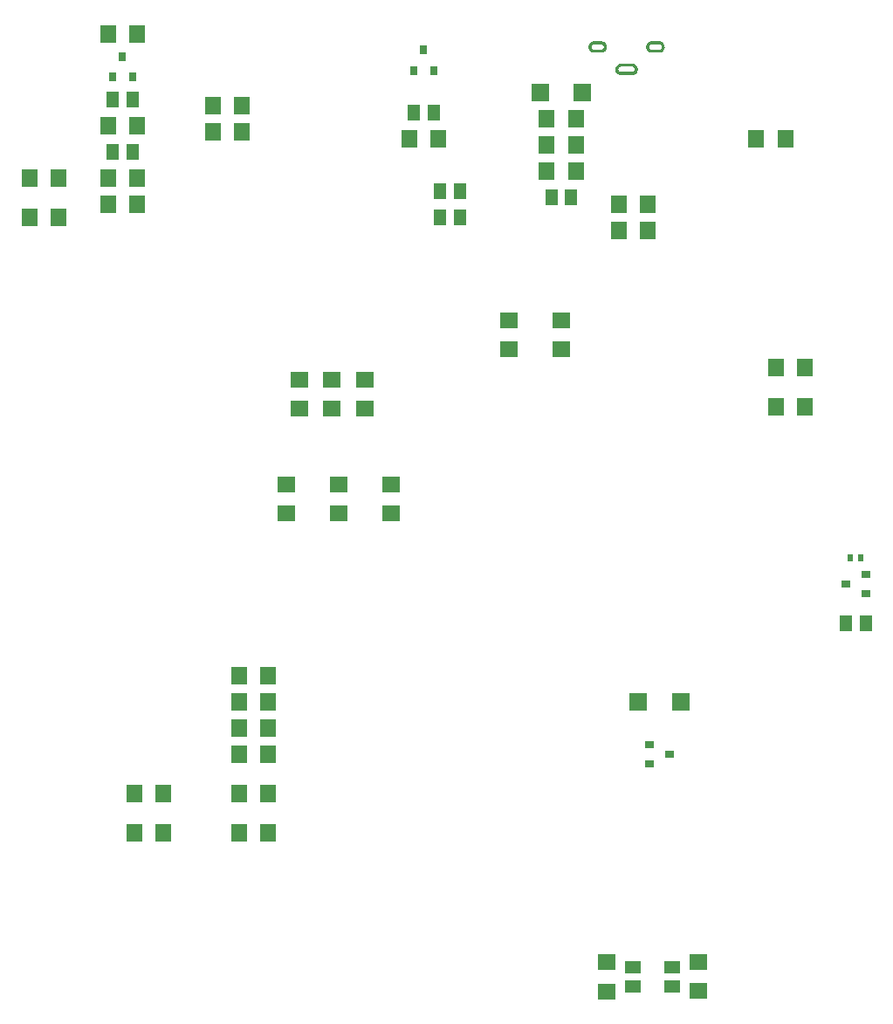
<source format=gbr>
G04 EAGLE Gerber RS-274X export*
G75*
%MOMM*%
%FSLAX34Y34*%
%LPD*%
%INSolderpaste Bottom*%
%IPPOS*%
%AMOC8*
5,1,8,0,0,1.08239X$1,22.5*%
G01*
%ADD10R,1.600000X1.800000*%
%ADD11R,1.800000X1.600000*%
%ADD12R,1.800000X1.700000*%
%ADD13R,0.800000X0.900000*%
%ADD14R,0.900000X0.800000*%
%ADD15R,1.600000X1.803000*%
%ADD16R,1.300000X1.500000*%
%ADD17R,0.600000X0.700000*%
%ADD18R,1.500000X1.300000*%
%ADD19R,1.803000X1.600000*%

G36*
X672251Y925477D02*
X672251Y925477D01*
X672252Y925476D01*
X673325Y925582D01*
X673328Y925584D01*
X673330Y925582D01*
X674362Y925895D01*
X674364Y925898D01*
X674366Y925897D01*
X675317Y926406D01*
X675318Y926409D01*
X675321Y926408D01*
X676154Y927092D01*
X676155Y927095D01*
X676158Y927096D01*
X676842Y927929D01*
X676842Y927932D01*
X676844Y927933D01*
X677353Y928884D01*
X677352Y928887D01*
X677355Y928888D01*
X677668Y929920D01*
X677666Y929923D01*
X677668Y929925D01*
X677774Y930998D01*
X677772Y931000D01*
X677773Y931001D01*
X677774Y931002D01*
X677668Y932075D01*
X677666Y932078D01*
X677668Y932080D01*
X677355Y933112D01*
X677352Y933114D01*
X677353Y933116D01*
X676844Y934067D01*
X676841Y934068D01*
X676842Y934071D01*
X676158Y934904D01*
X676155Y934905D01*
X676154Y934908D01*
X675321Y935592D01*
X675318Y935592D01*
X675317Y935594D01*
X674366Y936103D01*
X674363Y936102D01*
X674362Y936105D01*
X673330Y936418D01*
X673327Y936416D01*
X673325Y936418D01*
X672252Y936524D01*
X672251Y936523D01*
X672250Y936524D01*
X661250Y936524D01*
X661249Y936523D01*
X661248Y936524D01*
X660175Y936418D01*
X660172Y936416D01*
X660170Y936418D01*
X659138Y936105D01*
X659136Y936102D01*
X659134Y936103D01*
X658183Y935594D01*
X658182Y935591D01*
X658179Y935592D01*
X657346Y934908D01*
X657345Y934905D01*
X657342Y934904D01*
X656658Y934071D01*
X656658Y934068D01*
X656656Y934067D01*
X656147Y933116D01*
X656148Y933113D01*
X656145Y933112D01*
X655832Y932080D01*
X655834Y932077D01*
X655832Y932075D01*
X655726Y931002D01*
X655728Y931000D01*
X655726Y930998D01*
X655832Y929925D01*
X655834Y929922D01*
X655832Y929920D01*
X656145Y928888D01*
X656148Y928886D01*
X656147Y928884D01*
X656656Y927933D01*
X656659Y927932D01*
X656658Y927929D01*
X657342Y927096D01*
X657345Y927095D01*
X657346Y927092D01*
X658179Y926408D01*
X658182Y926408D01*
X658183Y926406D01*
X659134Y925897D01*
X659137Y925898D01*
X659138Y925895D01*
X660170Y925582D01*
X660173Y925584D01*
X660175Y925582D01*
X661248Y925476D01*
X661249Y925477D01*
X661250Y925476D01*
X672250Y925476D01*
X672251Y925477D01*
G37*
G36*
X698251Y946977D02*
X698251Y946977D01*
X698252Y946976D01*
X699325Y947082D01*
X699328Y947084D01*
X699330Y947082D01*
X700362Y947395D01*
X700364Y947398D01*
X700366Y947397D01*
X701317Y947906D01*
X701318Y947909D01*
X701321Y947908D01*
X702154Y948592D01*
X702155Y948595D01*
X702158Y948596D01*
X702842Y949429D01*
X702842Y949432D01*
X702844Y949433D01*
X703353Y950384D01*
X703352Y950387D01*
X703355Y950388D01*
X703668Y951420D01*
X703666Y951423D01*
X703668Y951425D01*
X703672Y951459D01*
X703677Y951507D01*
X703677Y951508D01*
X703681Y951556D01*
X703684Y951580D01*
X703689Y951629D01*
X703693Y951677D01*
X703698Y951726D01*
X703700Y951750D01*
X703701Y951750D01*
X703705Y951798D01*
X703705Y951799D01*
X703710Y951847D01*
X703715Y951895D01*
X703715Y951896D01*
X703717Y951920D01*
X703722Y951968D01*
X703727Y952017D01*
X703732Y952065D01*
X703736Y952114D01*
X703739Y952138D01*
X703743Y952186D01*
X703744Y952186D01*
X703743Y952187D01*
X703748Y952235D01*
X703753Y952283D01*
X703753Y952284D01*
X703755Y952308D01*
X703760Y952356D01*
X703765Y952405D01*
X703770Y952453D01*
X703772Y952477D01*
X703772Y952478D01*
X703774Y952498D01*
X703772Y952500D01*
X703773Y952501D01*
X703774Y952502D01*
X703668Y953575D01*
X703666Y953578D01*
X703668Y953580D01*
X703355Y954612D01*
X703352Y954614D01*
X703353Y954616D01*
X702844Y955567D01*
X702841Y955568D01*
X702842Y955571D01*
X702158Y956404D01*
X702155Y956405D01*
X702154Y956408D01*
X701321Y957092D01*
X701318Y957092D01*
X701317Y957094D01*
X700366Y957603D01*
X700363Y957602D01*
X700362Y957605D01*
X699330Y957918D01*
X699327Y957916D01*
X699325Y957918D01*
X698252Y958024D01*
X698251Y958023D01*
X698250Y958024D01*
X691250Y958024D01*
X691249Y958023D01*
X691248Y958024D01*
X690175Y957918D01*
X690172Y957916D01*
X690170Y957918D01*
X689138Y957605D01*
X689136Y957602D01*
X689134Y957603D01*
X688183Y957094D01*
X688182Y957091D01*
X688179Y957092D01*
X687346Y956408D01*
X687345Y956405D01*
X687342Y956404D01*
X686658Y955571D01*
X686658Y955568D01*
X686656Y955567D01*
X686147Y954616D01*
X686148Y954613D01*
X686145Y954612D01*
X685832Y953580D01*
X685834Y953577D01*
X685832Y953575D01*
X685829Y953551D01*
X685824Y953502D01*
X685820Y953454D01*
X685817Y953429D01*
X685812Y953381D01*
X685808Y953332D01*
X685803Y953284D01*
X685798Y953235D01*
X685796Y953211D01*
X685791Y953163D01*
X685786Y953114D01*
X685781Y953066D01*
X685779Y953041D01*
X685774Y952993D01*
X685769Y952944D01*
X685765Y952896D01*
X685762Y952872D01*
X685757Y952823D01*
X685753Y952775D01*
X685748Y952726D01*
X685746Y952702D01*
X685741Y952653D01*
X685736Y952605D01*
X685731Y952556D01*
X685726Y952508D01*
X685726Y952502D01*
X685728Y952500D01*
X685726Y952498D01*
X685832Y951425D01*
X685834Y951422D01*
X685832Y951420D01*
X686145Y950388D01*
X686148Y950386D01*
X686147Y950384D01*
X686656Y949433D01*
X686659Y949432D01*
X686658Y949429D01*
X687342Y948596D01*
X687345Y948595D01*
X687346Y948592D01*
X688179Y947908D01*
X688182Y947908D01*
X688183Y947906D01*
X689134Y947397D01*
X689137Y947398D01*
X689138Y947395D01*
X690170Y947082D01*
X690173Y947084D01*
X690175Y947082D01*
X691248Y946976D01*
X691249Y946977D01*
X691250Y946976D01*
X698250Y946976D01*
X698251Y946977D01*
G37*
G36*
X642251Y946977D02*
X642251Y946977D01*
X642252Y946976D01*
X643325Y947082D01*
X643328Y947084D01*
X643330Y947082D01*
X644362Y947395D01*
X644364Y947398D01*
X644366Y947397D01*
X645317Y947906D01*
X645318Y947909D01*
X645321Y947908D01*
X646154Y948592D01*
X646155Y948595D01*
X646158Y948596D01*
X646842Y949429D01*
X646842Y949432D01*
X646844Y949433D01*
X647353Y950384D01*
X647352Y950387D01*
X647355Y950388D01*
X647668Y951420D01*
X647666Y951423D01*
X647668Y951425D01*
X647672Y951459D01*
X647677Y951507D01*
X647677Y951508D01*
X647681Y951556D01*
X647684Y951580D01*
X647689Y951629D01*
X647693Y951677D01*
X647698Y951726D01*
X647700Y951750D01*
X647701Y951750D01*
X647705Y951798D01*
X647705Y951799D01*
X647710Y951847D01*
X647715Y951895D01*
X647715Y951896D01*
X647717Y951920D01*
X647722Y951968D01*
X647727Y952017D01*
X647732Y952065D01*
X647736Y952114D01*
X647739Y952138D01*
X647743Y952186D01*
X647744Y952186D01*
X647743Y952187D01*
X647748Y952235D01*
X647753Y952283D01*
X647753Y952284D01*
X647755Y952308D01*
X647760Y952356D01*
X647765Y952405D01*
X647770Y952453D01*
X647772Y952477D01*
X647772Y952478D01*
X647774Y952498D01*
X647772Y952500D01*
X647773Y952501D01*
X647774Y952502D01*
X647668Y953575D01*
X647666Y953578D01*
X647668Y953580D01*
X647355Y954612D01*
X647352Y954614D01*
X647353Y954616D01*
X646844Y955567D01*
X646841Y955568D01*
X646842Y955571D01*
X646158Y956404D01*
X646155Y956405D01*
X646154Y956408D01*
X645321Y957092D01*
X645318Y957092D01*
X645317Y957094D01*
X644366Y957603D01*
X644363Y957602D01*
X644362Y957605D01*
X643330Y957918D01*
X643327Y957916D01*
X643325Y957918D01*
X642252Y958024D01*
X642251Y958023D01*
X642250Y958024D01*
X635250Y958024D01*
X635249Y958023D01*
X635248Y958024D01*
X634175Y957918D01*
X634172Y957916D01*
X634170Y957918D01*
X633138Y957605D01*
X633136Y957602D01*
X633134Y957603D01*
X632183Y957094D01*
X632182Y957091D01*
X632179Y957092D01*
X631346Y956408D01*
X631345Y956405D01*
X631342Y956404D01*
X630658Y955571D01*
X630658Y955568D01*
X630656Y955567D01*
X630147Y954616D01*
X630148Y954613D01*
X630145Y954612D01*
X629832Y953580D01*
X629834Y953577D01*
X629832Y953575D01*
X629829Y953551D01*
X629824Y953502D01*
X629820Y953454D01*
X629817Y953429D01*
X629812Y953381D01*
X629808Y953332D01*
X629803Y953284D01*
X629798Y953235D01*
X629796Y953211D01*
X629791Y953163D01*
X629786Y953114D01*
X629781Y953066D01*
X629779Y953041D01*
X629774Y952993D01*
X629769Y952944D01*
X629765Y952896D01*
X629762Y952872D01*
X629757Y952823D01*
X629753Y952775D01*
X629748Y952726D01*
X629746Y952702D01*
X629741Y952653D01*
X629736Y952605D01*
X629731Y952556D01*
X629726Y952508D01*
X629726Y952502D01*
X629728Y952500D01*
X629726Y952498D01*
X629832Y951425D01*
X629834Y951422D01*
X629832Y951420D01*
X630145Y950388D01*
X630148Y950386D01*
X630147Y950384D01*
X630656Y949433D01*
X630659Y949432D01*
X630658Y949429D01*
X631342Y948596D01*
X631345Y948595D01*
X631346Y948592D01*
X632179Y947908D01*
X632182Y947908D01*
X632183Y947906D01*
X633134Y947397D01*
X633137Y947398D01*
X633138Y947395D01*
X634170Y947082D01*
X634173Y947084D01*
X634175Y947082D01*
X635248Y946976D01*
X635249Y946977D01*
X635250Y946976D01*
X642250Y946976D01*
X642251Y946977D01*
G37*
%LPC*%
G36*
X661252Y928524D02*
X661252Y928524D01*
X660609Y928609D01*
X660012Y928856D01*
X659500Y929250D01*
X659106Y929762D01*
X658859Y930359D01*
X658774Y931000D01*
X658859Y931641D01*
X659106Y932238D01*
X659500Y932751D01*
X660012Y933144D01*
X660609Y933391D01*
X661252Y933476D01*
X672249Y933476D01*
X672891Y933391D01*
X673488Y933144D01*
X674001Y932751D01*
X674394Y932238D01*
X674641Y931641D01*
X674726Y931000D01*
X674641Y930359D01*
X674394Y929762D01*
X674001Y929250D01*
X673488Y928856D01*
X672891Y928609D01*
X672249Y928524D01*
X661252Y928524D01*
G37*
%LPD*%
%LPC*%
G36*
X691252Y950024D02*
X691252Y950024D01*
X690609Y950109D01*
X690012Y950356D01*
X689500Y950750D01*
X689106Y951262D01*
X688859Y951859D01*
X688774Y952500D01*
X688775Y952502D01*
X688778Y952526D01*
X688781Y952550D01*
X688784Y952574D01*
X688784Y952575D01*
X688787Y952599D01*
X688791Y952623D01*
X688797Y952671D01*
X688797Y952672D01*
X688800Y952696D01*
X688803Y952720D01*
X688807Y952744D01*
X688810Y952768D01*
X688810Y952769D01*
X688813Y952793D01*
X688816Y952817D01*
X688819Y952841D01*
X688823Y952865D01*
X688823Y952866D01*
X688826Y952890D01*
X688829Y952914D01*
X688832Y952938D01*
X688835Y952962D01*
X688835Y952963D01*
X688839Y952987D01*
X688842Y953011D01*
X688845Y953035D01*
X688848Y953059D01*
X688848Y953060D01*
X688851Y953084D01*
X688854Y953108D01*
X688855Y953108D01*
X688858Y953132D01*
X688859Y953141D01*
X689106Y953738D01*
X689500Y954251D01*
X690012Y954644D01*
X690609Y954891D01*
X691252Y954976D01*
X698249Y954976D01*
X698891Y954891D01*
X699488Y954644D01*
X700001Y954251D01*
X700394Y953738D01*
X700641Y953141D01*
X700726Y952500D01*
X700723Y952484D01*
X700720Y952459D01*
X700717Y952435D01*
X700714Y952411D01*
X700711Y952387D01*
X700707Y952362D01*
X700704Y952338D01*
X700701Y952314D01*
X700698Y952290D01*
X700695Y952265D01*
X700691Y952241D01*
X700688Y952217D01*
X700685Y952193D01*
X700682Y952168D01*
X700679Y952144D01*
X700676Y952120D01*
X700675Y952120D01*
X700676Y952120D01*
X700672Y952096D01*
X700669Y952071D01*
X700666Y952047D01*
X700663Y952023D01*
X700660Y951999D01*
X700656Y951974D01*
X700653Y951950D01*
X700650Y951926D01*
X700647Y951902D01*
X700644Y951877D01*
X700641Y951859D01*
X700394Y951262D01*
X700001Y950750D01*
X699488Y950356D01*
X698891Y950109D01*
X698249Y950024D01*
X691252Y950024D01*
G37*
%LPD*%
%LPC*%
G36*
X635252Y950024D02*
X635252Y950024D01*
X634609Y950109D01*
X634012Y950356D01*
X633500Y950750D01*
X633106Y951262D01*
X632859Y951859D01*
X632774Y952500D01*
X632775Y952502D01*
X632778Y952526D01*
X632781Y952550D01*
X632784Y952574D01*
X632784Y952575D01*
X632787Y952599D01*
X632791Y952623D01*
X632797Y952671D01*
X632797Y952672D01*
X632800Y952696D01*
X632803Y952720D01*
X632807Y952744D01*
X632810Y952768D01*
X632810Y952769D01*
X632813Y952793D01*
X632816Y952817D01*
X632819Y952841D01*
X632823Y952865D01*
X632823Y952866D01*
X632826Y952890D01*
X632829Y952914D01*
X632832Y952938D01*
X632835Y952962D01*
X632835Y952963D01*
X632839Y952987D01*
X632842Y953011D01*
X632845Y953035D01*
X632848Y953059D01*
X632848Y953060D01*
X632851Y953084D01*
X632854Y953108D01*
X632855Y953108D01*
X632858Y953132D01*
X632859Y953141D01*
X633106Y953738D01*
X633500Y954251D01*
X634012Y954644D01*
X634609Y954891D01*
X635252Y954976D01*
X642249Y954976D01*
X642891Y954891D01*
X643488Y954644D01*
X644001Y954251D01*
X644394Y953738D01*
X644641Y953141D01*
X644726Y952500D01*
X644723Y952484D01*
X644720Y952459D01*
X644717Y952435D01*
X644714Y952411D01*
X644711Y952387D01*
X644707Y952362D01*
X644704Y952338D01*
X644701Y952314D01*
X644698Y952290D01*
X644695Y952265D01*
X644691Y952241D01*
X644688Y952217D01*
X644685Y952193D01*
X644682Y952168D01*
X644679Y952144D01*
X644676Y952120D01*
X644675Y952120D01*
X644676Y952120D01*
X644672Y952096D01*
X644669Y952071D01*
X644666Y952047D01*
X644663Y952023D01*
X644660Y951999D01*
X644656Y951974D01*
X644653Y951950D01*
X644650Y951926D01*
X644647Y951902D01*
X644644Y951877D01*
X644641Y951859D01*
X644394Y951262D01*
X644001Y950750D01*
X643488Y950356D01*
X642891Y950109D01*
X642249Y950024D01*
X635252Y950024D01*
G37*
%LPD*%
D10*
X115600Y787400D03*
X87600Y787400D03*
X455900Y863600D03*
X483900Y863600D03*
X191800Y876300D03*
X163800Y876300D03*
X318800Y342900D03*
X290800Y342900D03*
X318800Y317500D03*
X290800Y317500D03*
X687100Y774700D03*
X659100Y774700D03*
X687100Y800100D03*
X659100Y800100D03*
X293400Y895350D03*
X265400Y895350D03*
X293400Y869950D03*
X265400Y869950D03*
D11*
X736600Y36800D03*
X736600Y64800D03*
D10*
X191800Y800100D03*
X163800Y800100D03*
X191800Y825500D03*
X163800Y825500D03*
X115600Y825500D03*
X87600Y825500D03*
D11*
X603250Y687100D03*
X603250Y659100D03*
X552450Y687100D03*
X552450Y659100D03*
D10*
X191800Y965200D03*
X163800Y965200D03*
D12*
X623750Y908050D03*
X582750Y908050D03*
D13*
X177800Y943450D03*
X187300Y923450D03*
X168300Y923450D03*
X469900Y949800D03*
X479400Y929800D03*
X460400Y929800D03*
D14*
X708500Y266700D03*
X688500Y257200D03*
X688500Y276200D03*
X879000Y431800D03*
X899000Y441300D03*
X899000Y422300D03*
D15*
X589030Y882650D03*
X617470Y882650D03*
D16*
X504800Y812800D03*
X485800Y812800D03*
X187300Y850900D03*
X168300Y850900D03*
X504800Y787400D03*
X485800Y787400D03*
D15*
X290580Y190500D03*
X319020Y190500D03*
X290580Y228600D03*
X319020Y228600D03*
X290580Y292100D03*
X319020Y292100D03*
X319020Y266700D03*
X290580Y266700D03*
X217420Y190500D03*
X188980Y190500D03*
X792230Y863600D03*
X820670Y863600D03*
X217420Y228600D03*
X188980Y228600D03*
D16*
X479400Y889000D03*
X460400Y889000D03*
X898500Y393700D03*
X879500Y393700D03*
X612750Y806450D03*
X593750Y806450D03*
D15*
X617470Y857250D03*
X589030Y857250D03*
X617470Y831850D03*
X589030Y831850D03*
D17*
X894000Y457200D03*
X884000Y457200D03*
D18*
X673100Y60300D03*
X673100Y41300D03*
X711200Y60300D03*
X711200Y41300D03*
D19*
X647700Y36580D03*
X647700Y65020D03*
X336550Y528570D03*
X336550Y500130D03*
X387350Y528570D03*
X387350Y500130D03*
X438150Y528570D03*
X438150Y500130D03*
X349250Y601730D03*
X349250Y630170D03*
X381000Y601730D03*
X381000Y630170D03*
X412750Y601730D03*
X412750Y630170D03*
D16*
X187300Y901700D03*
X168300Y901700D03*
D15*
X839720Y641350D03*
X811280Y641350D03*
X839720Y603250D03*
X811280Y603250D03*
D12*
X678000Y317500D03*
X719000Y317500D03*
M02*

</source>
